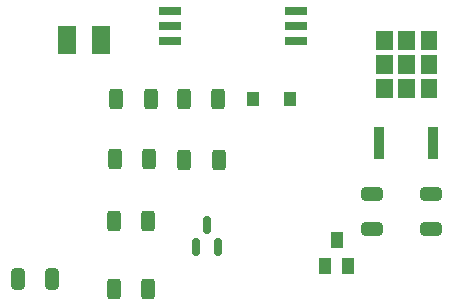
<source format=gbr>
%TF.GenerationSoftware,KiCad,Pcbnew,8.0.1*%
%TF.CreationDate,2025-03-02T16:25:42+00:00*%
%TF.ProjectId,PWM Control Circuit,50574d20-436f-46e7-9472-6f6c20436972,rev?*%
%TF.SameCoordinates,Original*%
%TF.FileFunction,Paste,Top*%
%TF.FilePolarity,Positive*%
%FSLAX46Y46*%
G04 Gerber Fmt 4.6, Leading zero omitted, Abs format (unit mm)*
G04 Created by KiCad (PCBNEW 8.0.1) date 2025-03-02 16:25:42*
%MOMM*%
%LPD*%
G01*
G04 APERTURE LIST*
G04 Aperture macros list*
%AMRoundRect*
0 Rectangle with rounded corners*
0 $1 Rounding radius*
0 $2 $3 $4 $5 $6 $7 $8 $9 X,Y pos of 4 corners*
0 Add a 4 corners polygon primitive as box body*
4,1,4,$2,$3,$4,$5,$6,$7,$8,$9,$2,$3,0*
0 Add four circle primitives for the rounded corners*
1,1,$1+$1,$2,$3*
1,1,$1+$1,$4,$5*
1,1,$1+$1,$6,$7*
1,1,$1+$1,$8,$9*
0 Add four rect primitives between the rounded corners*
20,1,$1+$1,$2,$3,$4,$5,0*
20,1,$1+$1,$4,$5,$6,$7,0*
20,1,$1+$1,$6,$7,$8,$9,0*
20,1,$1+$1,$8,$9,$2,$3,0*%
G04 Aperture macros list end*
%ADD10C,0.010000*%
%ADD11R,1.110000X1.220000*%
%ADD12RoundRect,0.250000X-0.312500X-0.625000X0.312500X-0.625000X0.312500X0.625000X-0.312500X0.625000X0*%
%ADD13RoundRect,0.150000X0.150000X-0.587500X0.150000X0.587500X-0.150000X0.587500X-0.150000X-0.587500X0*%
%ADD14R,0.970000X2.830000*%
%ADD15RoundRect,0.250000X-0.650000X0.325000X-0.650000X-0.325000X0.650000X-0.325000X0.650000X0.325000X0*%
%ADD16R,1.000000X1.400000*%
%ADD17RoundRect,0.250000X-0.325000X-0.650000X0.325000X-0.650000X0.325000X0.650000X-0.325000X0.650000X0*%
%ADD18R,1.850000X0.650000*%
%ADD19R,1.600000X2.400000*%
G04 APERTURE END LIST*
D10*
%TO.C,U2*%
X119658300Y-85700000D02*
X118348300Y-85700000D01*
X118348300Y-84240000D01*
X119658300Y-84240000D01*
X119658300Y-85700000D01*
G36*
X119658300Y-85700000D02*
G01*
X118348300Y-85700000D01*
X118348300Y-84240000D01*
X119658300Y-84240000D01*
X119658300Y-85700000D01*
G37*
X119658300Y-87730000D02*
X118348300Y-87730000D01*
X118348300Y-86270000D01*
X119658300Y-86270000D01*
X119658300Y-87730000D01*
G36*
X119658300Y-87730000D02*
G01*
X118348300Y-87730000D01*
X118348300Y-86270000D01*
X119658300Y-86270000D01*
X119658300Y-87730000D01*
G37*
X119658300Y-89760000D02*
X118348300Y-89760000D01*
X118348300Y-88300000D01*
X119658300Y-88300000D01*
X119658300Y-89760000D01*
G36*
X119658300Y-89760000D02*
G01*
X118348300Y-89760000D01*
X118348300Y-88300000D01*
X119658300Y-88300000D01*
X119658300Y-89760000D01*
G37*
X121538300Y-85700000D02*
X120228300Y-85700000D01*
X120228300Y-84240000D01*
X121538300Y-84240000D01*
X121538300Y-85700000D01*
G36*
X121538300Y-85700000D02*
G01*
X120228300Y-85700000D01*
X120228300Y-84240000D01*
X121538300Y-84240000D01*
X121538300Y-85700000D01*
G37*
X121538300Y-87730000D02*
X120228300Y-87730000D01*
X120228300Y-86270000D01*
X121538300Y-86270000D01*
X121538300Y-87730000D01*
G36*
X121538300Y-87730000D02*
G01*
X120228300Y-87730000D01*
X120228300Y-86270000D01*
X121538300Y-86270000D01*
X121538300Y-87730000D01*
G37*
X121538300Y-89760000D02*
X120228300Y-89760000D01*
X120228300Y-88300000D01*
X121538300Y-88300000D01*
X121538300Y-89760000D01*
G36*
X121538300Y-89760000D02*
G01*
X120228300Y-89760000D01*
X120228300Y-88300000D01*
X121538300Y-88300000D01*
X121538300Y-89760000D01*
G37*
X123418300Y-85700000D02*
X122108300Y-85700000D01*
X122108300Y-84240000D01*
X123418300Y-84240000D01*
X123418300Y-85700000D01*
G36*
X123418300Y-85700000D02*
G01*
X122108300Y-85700000D01*
X122108300Y-84240000D01*
X123418300Y-84240000D01*
X123418300Y-85700000D01*
G37*
X123418300Y-87730000D02*
X122108300Y-87730000D01*
X122108300Y-86270000D01*
X123418300Y-86270000D01*
X123418300Y-87730000D01*
G36*
X123418300Y-87730000D02*
G01*
X122108300Y-87730000D01*
X122108300Y-86270000D01*
X123418300Y-86270000D01*
X123418300Y-87730000D01*
G37*
X123418300Y-89760000D02*
X122108300Y-89760000D01*
X122108300Y-88300000D01*
X123418300Y-88300000D01*
X123418300Y-89760000D01*
G36*
X123418300Y-89760000D02*
G01*
X122108300Y-89760000D01*
X122108300Y-88300000D01*
X123418300Y-88300000D01*
X123418300Y-89760000D01*
G37*
%TD*%
D11*
%TO.C,D3*%
X107950000Y-90000000D03*
X111050000Y-90000000D03*
%TD*%
D12*
%TO.C,R5*%
X102075000Y-90000000D03*
X105000000Y-90000000D03*
%TD*%
D13*
%TO.C,D2*%
X103100000Y-102500000D03*
X105000000Y-102500000D03*
X104050000Y-100625000D03*
%TD*%
D14*
%TO.C,U2*%
X118593300Y-93650000D03*
X123173300Y-93650000D03*
%TD*%
D15*
%TO.C,C2*%
X118000000Y-98025000D03*
X118000000Y-100975000D03*
%TD*%
D12*
%TO.C,R1*%
X96350000Y-90000000D03*
X99275000Y-90000000D03*
%TD*%
D16*
%TO.C,D4*%
X114050000Y-104100000D03*
X115950000Y-104100000D03*
X115000000Y-101900000D03*
%TD*%
D17*
%TO.C,C1*%
X87990000Y-105200000D03*
X90940000Y-105200000D03*
%TD*%
D12*
%TO.C,R6*%
X102100000Y-95100000D03*
X105025000Y-95100000D03*
%TD*%
D15*
%TO.C,C3*%
X123000000Y-98025000D03*
X123000000Y-100975000D03*
%TD*%
D12*
%TO.C,R2*%
X96200000Y-95000000D03*
X99125000Y-95000000D03*
%TD*%
%TO.C,R3*%
X96125000Y-100300000D03*
X99050000Y-100300000D03*
%TD*%
%TO.C,R4*%
X96150000Y-106075000D03*
X99075000Y-106075000D03*
%TD*%
D18*
%TO.C,IC1*%
X100875000Y-82530000D03*
X100875000Y-83800000D03*
X100875000Y-85070000D03*
X111525000Y-85070000D03*
X111525000Y-83800000D03*
X111525000Y-82530000D03*
%TD*%
D19*
%TO.C,D1*%
X92175000Y-85000000D03*
X95025000Y-85000000D03*
%TD*%
M02*

</source>
